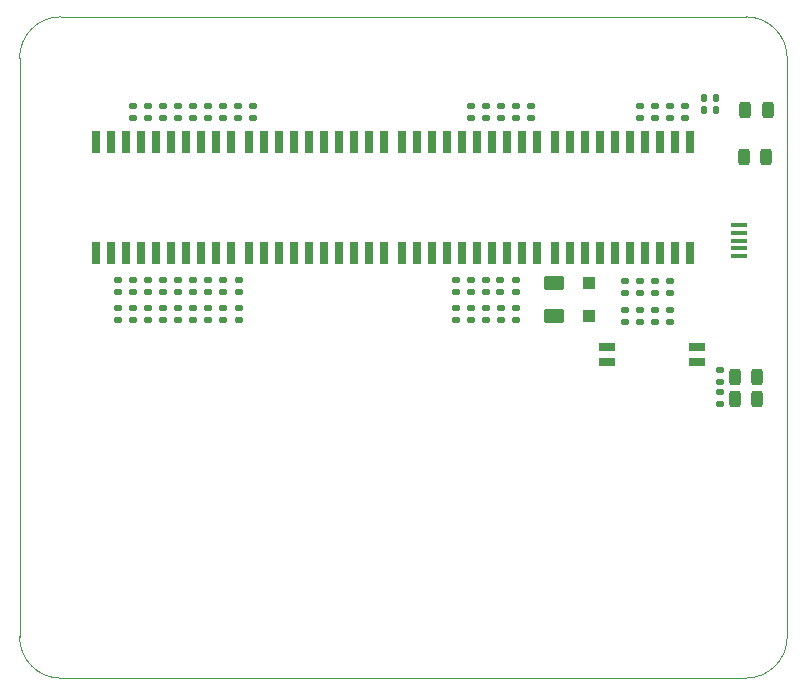
<source format=gtp>
G04 #@! TF.GenerationSoftware,KiCad,Pcbnew,(6.0.2)*
G04 #@! TF.CreationDate,2022-02-14T16:30:21-06:00*
G04 #@! TF.ProjectId,rascsi_2p5,72617363-7369-45f3-9270-352e6b696361,rev?*
G04 #@! TF.SameCoordinates,Original*
G04 #@! TF.FileFunction,Paste,Top*
G04 #@! TF.FilePolarity,Positive*
%FSLAX46Y46*%
G04 Gerber Fmt 4.6, Leading zero omitted, Abs format (unit mm)*
G04 Created by KiCad (PCBNEW (6.0.2)) date 2022-02-14 16:30:21*
%MOMM*%
%LPD*%
G01*
G04 APERTURE LIST*
G04 Aperture macros list*
%AMRoundRect*
0 Rectangle with rounded corners*
0 $1 Rounding radius*
0 $2 $3 $4 $5 $6 $7 $8 $9 X,Y pos of 4 corners*
0 Add a 4 corners polygon primitive as box body*
4,1,4,$2,$3,$4,$5,$6,$7,$8,$9,$2,$3,0*
0 Add four circle primitives for the rounded corners*
1,1,$1+$1,$2,$3*
1,1,$1+$1,$4,$5*
1,1,$1+$1,$6,$7*
1,1,$1+$1,$8,$9*
0 Add four rect primitives between the rounded corners*
20,1,$1+$1,$2,$3,$4,$5,0*
20,1,$1+$1,$4,$5,$6,$7,0*
20,1,$1+$1,$6,$7,$8,$9,0*
20,1,$1+$1,$8,$9,$2,$3,0*%
G04 Aperture macros list end*
G04 #@! TA.AperFunction,Profile*
%ADD10C,0.050000*%
G04 #@! TD*
%ADD11RoundRect,0.243750X0.243750X0.456250X-0.243750X0.456250X-0.243750X-0.456250X0.243750X-0.456250X0*%
%ADD12RoundRect,0.135000X-0.185000X0.135000X-0.185000X-0.135000X0.185000X-0.135000X0.185000X0.135000X0*%
%ADD13RoundRect,0.250000X0.625000X-0.375000X0.625000X0.375000X-0.625000X0.375000X-0.625000X-0.375000X0*%
%ADD14R,0.650000X1.950000*%
%ADD15RoundRect,0.135000X-0.135000X-0.185000X0.135000X-0.185000X0.135000X0.185000X-0.135000X0.185000X0*%
%ADD16RoundRect,0.135000X0.185000X-0.135000X0.185000X0.135000X-0.185000X0.135000X-0.185000X-0.135000X0*%
%ADD17R,1.425000X0.750000*%
%ADD18R,1.100000X1.100000*%
%ADD19R,1.400000X0.400000*%
G04 APERTURE END LIST*
D10*
X178000000Y-42500000D02*
X236000000Y-42500000D01*
X178000000Y-98496000D02*
X236000000Y-98496000D01*
X236000000Y-98496000D02*
G75*
G03*
X239500000Y-94996000I1J3499999D01*
G01*
X174500000Y-46000000D02*
X174500000Y-94996000D01*
X239500000Y-46000000D02*
G75*
G03*
X236000000Y-42500000I-3499999J1D01*
G01*
X178000000Y-42500000D02*
G75*
G03*
X174500000Y-46000000I-1J-3499999D01*
G01*
X174500000Y-94996000D02*
G75*
G03*
X178000000Y-98496000I3499999J-1D01*
G01*
X239500000Y-46000000D02*
X239500000Y-94996000D01*
D11*
X236967000Y-74866500D03*
X235092000Y-74866500D03*
X237841000Y-50419000D03*
X235966000Y-50419000D03*
X237729000Y-54356000D03*
X235854000Y-54356000D03*
D12*
X216535000Y-64768000D03*
X216535000Y-65788000D03*
D13*
X219773500Y-67824000D03*
X219773500Y-65024000D03*
D14*
X193929000Y-62510000D03*
X195199000Y-62510000D03*
X196469000Y-62510000D03*
X197739000Y-62510000D03*
X199009000Y-62510000D03*
X200279000Y-62510000D03*
X201549000Y-62510000D03*
X202819000Y-62510000D03*
X204089000Y-62510000D03*
X205359000Y-62510000D03*
X205359000Y-53060000D03*
X204089000Y-53060000D03*
X202819000Y-53060000D03*
X201549000Y-53060000D03*
X200279000Y-53060000D03*
X199009000Y-53060000D03*
X197739000Y-53060000D03*
X196469000Y-53060000D03*
X195199000Y-53060000D03*
X193929000Y-53060000D03*
X218313000Y-53060000D03*
X217043000Y-53060000D03*
X215773000Y-53060000D03*
X214503000Y-53060000D03*
X213233000Y-53060000D03*
X211963000Y-53060000D03*
X210693000Y-53060000D03*
X209423000Y-53060000D03*
X208153000Y-53060000D03*
X206883000Y-53060000D03*
X206883000Y-62510000D03*
X208153000Y-62510000D03*
X209423000Y-62510000D03*
X210693000Y-62510000D03*
X211963000Y-62510000D03*
X213233000Y-62510000D03*
X214503000Y-62510000D03*
X215773000Y-62510000D03*
X217043000Y-62510000D03*
X218313000Y-62510000D03*
D15*
X232448500Y-49339500D03*
X233468500Y-49339500D03*
D12*
X233807000Y-74293000D03*
X233807000Y-75313000D03*
X227012500Y-50059000D03*
X227012500Y-51079000D03*
X228282500Y-50059000D03*
X228282500Y-51079000D03*
X229552500Y-50059000D03*
X229552500Y-51079000D03*
X212725000Y-50059000D03*
X212725000Y-51079000D03*
X215265000Y-50059000D03*
X215265000Y-51079000D03*
X216535000Y-50059000D03*
X216535000Y-51079000D03*
X217805000Y-50059000D03*
X217805000Y-51079000D03*
X185420000Y-50059000D03*
X185420000Y-51079000D03*
X186690000Y-50059000D03*
X186690000Y-51079000D03*
X190500000Y-50059000D03*
X190500000Y-51079000D03*
X191770000Y-50059000D03*
X191770000Y-51079000D03*
X193040000Y-50059000D03*
X193040000Y-51079000D03*
X194310000Y-50059000D03*
X194310000Y-51079000D03*
X225742500Y-64895000D03*
X225742500Y-65915000D03*
X227012500Y-64895000D03*
X227012500Y-65915000D03*
X228282500Y-64895000D03*
X228282500Y-65915000D03*
X229552500Y-64895000D03*
X229552500Y-65915000D03*
X211455000Y-64768000D03*
X211455000Y-65788000D03*
X212725000Y-64768000D03*
X212725000Y-65788000D03*
X213995000Y-64768000D03*
X213995000Y-65788000D03*
X215201500Y-64768000D03*
X215201500Y-65788000D03*
X185420000Y-64768000D03*
X185420000Y-65788000D03*
X186690000Y-64768000D03*
X186690000Y-65788000D03*
X187960000Y-64768000D03*
X187960000Y-65788000D03*
X189166500Y-64768000D03*
X189166500Y-65788000D03*
X190500000Y-64768000D03*
X190500000Y-65788000D03*
X191770000Y-64768000D03*
X191770000Y-65788000D03*
X193097500Y-64768000D03*
X193097500Y-65788000D03*
D16*
X225742500Y-68312501D03*
X225742500Y-67292501D03*
X227012500Y-68312501D03*
X227012500Y-67292501D03*
X228282500Y-68312501D03*
X228282500Y-67292501D03*
X229552500Y-68312501D03*
X229552500Y-67292501D03*
X211455000Y-68137500D03*
X211455000Y-67117500D03*
X212725000Y-68137500D03*
X212725000Y-67117500D03*
X213995000Y-68137500D03*
X213995000Y-67117500D03*
X215265000Y-68137500D03*
X215265000Y-67117500D03*
X216535000Y-68137500D03*
X216535000Y-67117500D03*
X182880000Y-68137500D03*
X182880000Y-67117500D03*
X184150000Y-68137500D03*
X184150000Y-67117500D03*
X185420000Y-68137500D03*
X185420000Y-67117500D03*
X186690000Y-68137500D03*
X186690000Y-67117500D03*
X187960000Y-68137500D03*
X187960000Y-67117500D03*
X189230000Y-68137500D03*
X189230000Y-67117500D03*
X190500000Y-68137500D03*
X190500000Y-67117500D03*
X191770000Y-68137500D03*
X191770000Y-67117500D03*
X193097500Y-68137500D03*
X193097500Y-67117500D03*
D12*
X189230000Y-50059000D03*
X189230000Y-51079000D03*
X184150000Y-50059000D03*
X184150000Y-51079000D03*
X187960000Y-50059000D03*
X187960000Y-51079000D03*
X182880000Y-64768000D03*
X182880000Y-65788000D03*
X184150000Y-64768000D03*
X184150000Y-65788000D03*
D14*
X231267000Y-53060000D03*
X229997000Y-53060000D03*
X228727000Y-53060000D03*
X227457000Y-53060000D03*
X226187000Y-53060000D03*
X224917000Y-53060000D03*
X223647000Y-53060000D03*
X222377000Y-53060000D03*
X221107000Y-53060000D03*
X219837000Y-53060000D03*
X219837000Y-62510000D03*
X221107000Y-62510000D03*
X222377000Y-62510000D03*
X223647000Y-62510000D03*
X224917000Y-62510000D03*
X226187000Y-62510000D03*
X227457000Y-62510000D03*
X228727000Y-62510000D03*
X229997000Y-62510000D03*
X231267000Y-62510000D03*
D12*
X233807000Y-72388000D03*
X233807000Y-73408000D03*
D17*
X224216500Y-70421500D03*
X224216500Y-71691500D03*
X231840500Y-71691500D03*
X231840500Y-70421500D03*
D18*
X222694500Y-65020000D03*
X222694500Y-67820000D03*
D14*
X180975000Y-62510000D03*
X182245000Y-62510000D03*
X183515000Y-62510000D03*
X184785000Y-62510000D03*
X186055000Y-62510000D03*
X187325000Y-62510000D03*
X188595000Y-62510000D03*
X189865000Y-62510000D03*
X191135000Y-62510000D03*
X192405000Y-62510000D03*
X192405000Y-53060000D03*
X191135000Y-53060000D03*
X189865000Y-53060000D03*
X188595000Y-53060000D03*
X187325000Y-53060000D03*
X186055000Y-53060000D03*
X184785000Y-53060000D03*
X183515000Y-53060000D03*
X182245000Y-53060000D03*
X180975000Y-53060000D03*
D11*
X236967000Y-72961500D03*
X235092000Y-72961500D03*
D15*
X232448500Y-50355500D03*
X233468500Y-50355500D03*
D19*
X235405000Y-62760000D03*
X235405000Y-62110000D03*
X235405000Y-61460000D03*
X235405000Y-60810000D03*
X235405000Y-60160000D03*
D12*
X230822500Y-50059000D03*
X230822500Y-51079000D03*
X213995000Y-50059000D03*
X213995000Y-51079000D03*
M02*

</source>
